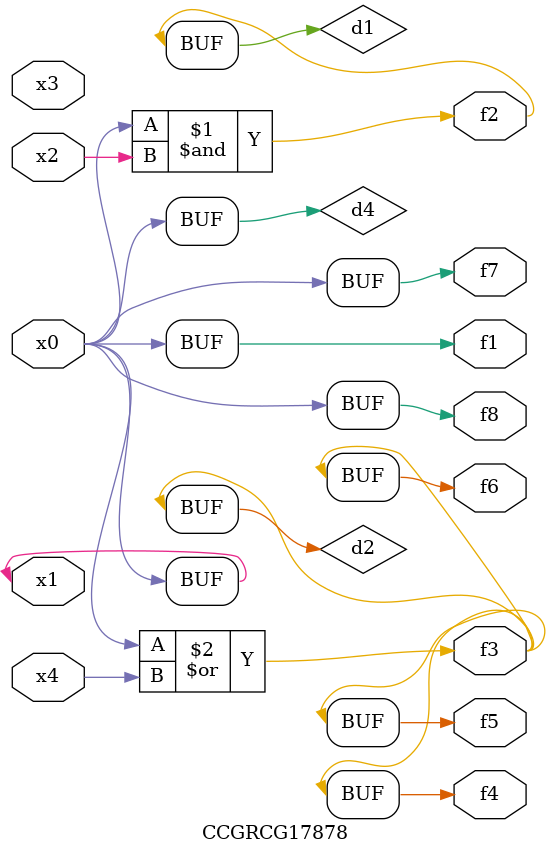
<source format=v>
module CCGRCG17878(
	input x0, x1, x2, x3, x4,
	output f1, f2, f3, f4, f5, f6, f7, f8
);

	wire d1, d2, d3, d4;

	and (d1, x0, x2);
	or (d2, x0, x4);
	nand (d3, x0, x2);
	buf (d4, x0, x1);
	assign f1 = d4;
	assign f2 = d1;
	assign f3 = d2;
	assign f4 = d2;
	assign f5 = d2;
	assign f6 = d2;
	assign f7 = d4;
	assign f8 = d4;
endmodule

</source>
